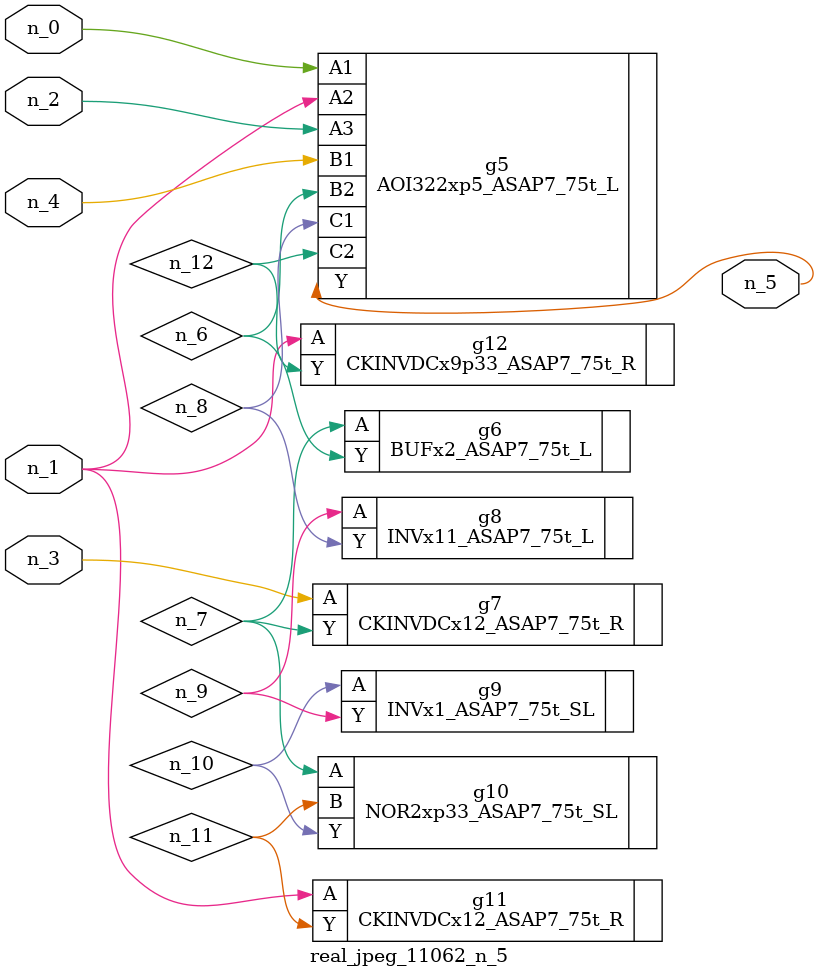
<source format=v>
module real_jpeg_11062_n_5 (n_4, n_0, n_1, n_2, n_3, n_5);

input n_4;
input n_0;
input n_1;
input n_2;
input n_3;

output n_5;

wire n_12;
wire n_8;
wire n_11;
wire n_6;
wire n_7;
wire n_10;
wire n_9;

AOI322xp5_ASAP7_75t_L g5 ( 
.A1(n_0),
.A2(n_1),
.A3(n_2),
.B1(n_4),
.B2(n_6),
.C1(n_8),
.C2(n_12),
.Y(n_5)
);

CKINVDCx12_ASAP7_75t_R g11 ( 
.A(n_1),
.Y(n_11)
);

CKINVDCx9p33_ASAP7_75t_R g12 ( 
.A(n_1),
.Y(n_12)
);

CKINVDCx12_ASAP7_75t_R g7 ( 
.A(n_3),
.Y(n_7)
);

BUFx2_ASAP7_75t_L g6 ( 
.A(n_7),
.Y(n_6)
);

NOR2xp33_ASAP7_75t_SL g10 ( 
.A(n_7),
.B(n_11),
.Y(n_10)
);

INVx11_ASAP7_75t_L g8 ( 
.A(n_9),
.Y(n_8)
);

INVx1_ASAP7_75t_SL g9 ( 
.A(n_10),
.Y(n_9)
);


endmodule
</source>
